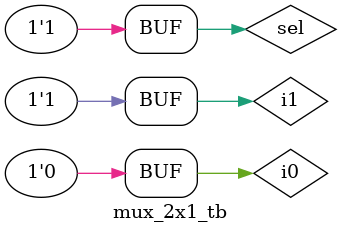
<source format=v>
module mux_2x1_tb;
    reg sel,i0,i1;
    wire y;
    
    mux_2x1 mux(sel,i0,i1,y);
    
    initial begin 
        $monitor("Select=%b , i0=%b , i1=%b , y=%b",sel,i0,i1,y);
        i0=0;i1=1;
        #1;
        sel=0;
        #1;
        sel=1;
    end
  
endmodule

</source>
